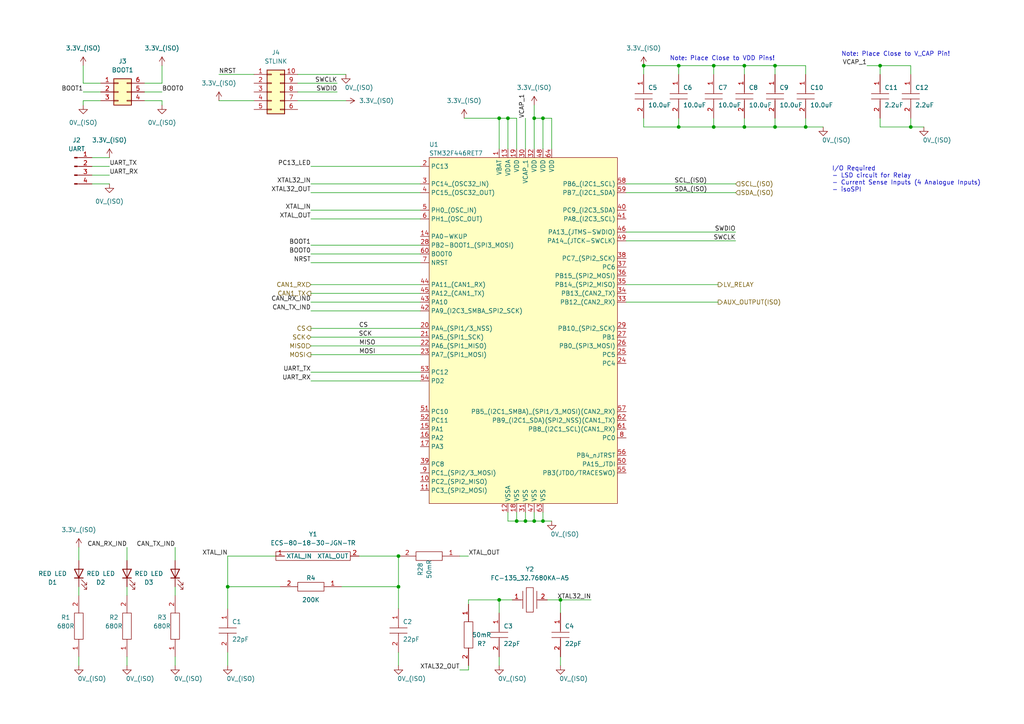
<source format=kicad_sch>
(kicad_sch (version 20211123) (generator eeschema)
  (paper "A4")
  (lib_symbols
    (symbol "0V_(ISO)_1" (power) (pin_names (offset 0))
      (property "Value" "0V_(ISO)_1" (at 0 -5.08 0))
      (symbol "0V_(ISO)_1_0_1"
        (polyline (pts (xy 0 0) (xy 0 -1.27) (xy 1.27 -1.27) (xy 0 -2.54) (xy -1.27 -1.27) (xy 0 -1.27)))
      )
      (symbol "0V_(ISO)_1_1_1"
        (pin power_in line (at 0 0 270) (length 0) hide (name "0V_(ISO)") (number "1"))
      )
    )
    (symbol "BMS_Library:CC0805JRX7R8BB104" (pin_names (offset 0.762))
      (property "Reference" "C" (at 8.89 6.35 0))
      (property "Value" "CC0805JRX7R8BB104" (at 8.89 3.81 0))
      (symbol "CC0805JRX7R8BB104_0_0"
        (pin passive line (at 0 0 0) (length 5.08) (name "~") (number "1"))
        (pin passive line (at 12.7 0 180) (length 5.08) (name "~") (number "2"))
      )
      (symbol "CC0805JRX7R8BB104_0_1"
        (polyline (pts (xy 5.08 0) (xy 5.588 0)) (stroke (width 0.1524)))
        (polyline (pts (xy 5.588 2.54) (xy 5.588 -2.54)) (stroke (width 0.1524)))
        (polyline (pts (xy 7.112 0) (xy 7.62 0)) (stroke (width 0.1524)))
        (polyline (pts (xy 7.112 2.54) (xy 7.112 -2.54)) (stroke (width 0.1524)))
      )
    )
    (symbol "Connector:Conn_01x04_Male" (pin_names (offset 1.016) hide)
      (property "Reference" "J" (at 0 5.08 0))
      (property "Value" "Conn_01x04_Male" (at 0 -7.62 0))
      (symbol "Conn_01x04_Male_1_1"
        (polyline (pts (xy 1.27 -5.08) (xy 0.8636 -5.08)) (stroke (width 0.1524)))
        (polyline (pts (xy 1.27 -2.54) (xy 0.8636 -2.54)) (stroke (width 0.1524)))
        (polyline (pts (xy 1.27 0) (xy 0.8636 0)) (stroke (width 0.1524)))
        (polyline (pts (xy 1.27 2.54) (xy 0.8636 2.54)) (stroke (width 0.1524)))
        (rectangle (start 0.8636 -4.953) (end 0 -5.207) (stroke (width 0.1524)) (fill (type outline)))
        (rectangle (start 0.8636 -2.413) (end 0 -2.667) (stroke (width 0.1524)) (fill (type outline)))
        (rectangle (start 0.8636 0.127) (end 0 -0.127) (stroke (width 0.1524)) (fill (type outline)))
        (rectangle (start 0.8636 2.667) (end 0 2.413) (stroke (width 0.1524)) (fill (type outline)))
        (pin passive line (at 5.08 2.54 180) (length 3.81) (name "Pin_1") (number "1"))
        (pin passive line (at 5.08 0 180) (length 3.81) (name "Pin_2") (number "2"))
        (pin passive line (at 5.08 -2.54 180) (length 3.81) (name "Pin_3") (number "3"))
        (pin passive line (at 5.08 -5.08 180) (length 3.81) (name "Pin_4") (number "4"))
      )
    )
    (symbol "Connector_Generic:Conn_02x03_Counter_Clockwise" (pin_names (offset 1.016) hide)
      (property "Reference" "J" (at 1.27 5.08 0))
      (property "Value" "Conn_02x03_Counter_Clockwise" (at 1.27 -5.08 0))
      (symbol "Conn_02x03_Counter_Clockwise_1_1"
        (rectangle (start -1.27 -2.413) (end 0 -2.667) (stroke (width 0.1524)))
        (rectangle (start -1.27 0.127) (end 0 -0.127) (stroke (width 0.1524)))
        (rectangle (start -1.27 2.667) (end 0 2.413) (stroke (width 0.1524)))
        (rectangle (start -1.27 3.81) (end 3.81 -3.81) (stroke (width 0.254)) (fill (type background)))
        (rectangle (start 3.81 -2.413) (end 2.54 -2.667) (stroke (width 0.1524)))
        (rectangle (start 3.81 0.127) (end 2.54 -0.127) (stroke (width 0.1524)))
        (rectangle (start 3.81 2.667) (end 2.54 2.413) (stroke (width 0.1524)))
        (pin passive line (at -5.08 2.54 0) (length 3.81) (name "Pin_1") (number "1"))
        (pin passive line (at -5.08 0 0) (length 3.81) (name "Pin_2") (number "2"))
        (pin passive line (at -5.08 -2.54 0) (length 3.81) (name "Pin_3") (number "3"))
        (pin passive line (at 7.62 -2.54 180) (length 3.81) (name "Pin_4") (number "4"))
        (pin passive line (at 7.62 0 180) (length 3.81) (name "Pin_5") (number "5"))
        (pin passive line (at 7.62 2.54 180) (length 3.81) (name "Pin_6") (number "6"))
      )
    )
    (symbol "Connector_Generic:Conn_02x05_Counter_Clockwise" (pin_names (offset 1.016) hide)
      (property "Reference" "J" (at 1.27 7.62 0))
      (property "Value" "Conn_02x05_Counter_Clockwise" (at 1.27 -7.62 0))
      (symbol "Conn_02x05_Counter_Clockwise_1_1"
        (rectangle (start -1.27 -4.953) (end 0 -5.207) (stroke (width 0.1524)))
        (rectangle (start -1.27 -2.413) (end 0 -2.667) (stroke (width 0.1524)))
        (rectangle (start -1.27 0.127) (end 0 -0.127) (stroke (width 0.1524)))
        (rectangle (start -1.27 2.667) (end 0 2.413) (stroke (width 0.1524)))
        (rectangle (start -1.27 5.207) (end 0 4.953) (stroke (width 0.1524)))
        (rectangle (start -1.27 6.35) (end 3.81 -6.35) (stroke (width 0.254)) (fill (type background)))
        (rectangle (start 3.81 -4.953) (end 2.54 -5.207) (stroke (width 0.1524)))
        (rectangle (start 3.81 -2.413) (end 2.54 -2.667) (stroke (width 0.1524)))
        (rectangle (start 3.81 0.127) (end 2.54 -0.127) (stroke (width 0.1524)))
        (rectangle (start 3.81 2.667) (end 2.54 2.413) (stroke (width 0.1524)))
        (rectangle (start 3.81 5.207) (end 2.54 4.953) (stroke (width 0.1524)))
        (pin passive line (at -5.08 5.08 0) (length 3.81) (name "Pin_1") (number "1"))
        (pin passive line (at 7.62 5.08 180) (length 3.81) (name "Pin_10") (number "10"))
        (pin passive line (at -5.08 2.54 0) (length 3.81) (name "Pin_2") (number "2"))
        (pin passive line (at -5.08 0 0) (length 3.81) (name "Pin_3") (number "3"))
        (pin passive line (at -5.08 -2.54 0) (length 3.81) (name "Pin_4") (number "4"))
        (pin passive line (at -5.08 -5.08 0) (length 3.81) (name "Pin_5") (number "5"))
        (pin passive line (at 7.62 -5.08 180) (length 3.81) (name "Pin_6") (number "6"))
        (pin passive line (at 7.62 -2.54 180) (length 3.81) (name "Pin_7") (number "7"))
        (pin passive line (at 7.62 0 180) (length 3.81) (name "Pin_8") (number "8"))
        (pin passive line (at 7.62 2.54 180) (length 3.81) (name "Pin_9") (number "9"))
      )
    )
    (symbol "Custom Power:3.3V_(ISO)" (power) (pin_names (offset 0))
      (property "Value" "3.3V_(ISO)" (at 0 3.556 0))
      (symbol "3.3V_(ISO)_0_1"
        (polyline (pts (xy -0.762 1.27) (xy 0 2.54)))
        (polyline (pts (xy 0 0) (xy 0 2.54)))
        (polyline (pts (xy 0 2.54) (xy 0.762 1.27)))
      )
      (symbol "3.3V_(ISO)_1_1"
        (pin power_in line (at 0 0 90) (length 0) hide (name "3.3V_(ISO)") (number "1"))
      )
    )
    (symbol "Device:ECS-80-18-30-JGN-TR"
      (property "Reference" "Y" (at -11.43 8.89 0))
      (property "Value" "ECS-80-18-30-JGN-TR" (at 0 11.43 0))
      (symbol "ECS-80-18-30-JGN-TR_0_1"
        (rectangle (start -11.43 6.35) (end 10.16 3.81))
      )
      (symbol "ECS-80-18-30-JGN-TR_1_1"
        (pin bidirectional line (at -11.43 5.08 0) (length 2.54) (name "XTAL_IN") (number "1"))
        (pin bidirectional line (at 12.7 5.08 180) (length 2.54) (name "XTAL_OUT") (number "2"))
      )
    )
    (symbol "Device:LED" (pin_numbers hide) (pin_names (offset 1.016) hide)
      (property "Reference" "D" (at 0 2.54 0))
      (property "Value" "LED" (at 0 -2.54 0))
      (symbol "LED_0_1"
        (polyline (pts (xy -1.27 -1.27) (xy -1.27 1.27)) (stroke (width 0.254)))
        (polyline (pts (xy -1.27 0) (xy 1.27 0)))
        (polyline (pts (xy 1.27 -1.27) (xy 1.27 1.27) (xy -1.27 0) (xy 1.27 -1.27)) (stroke (width 0.254)))
        (polyline (pts (xy -3.048 -0.762) (xy -4.572 -2.286) (xy -3.81 -2.286) (xy -4.572 -2.286) (xy -4.572 -1.524)))
        (polyline (pts (xy -1.778 -0.762) (xy -3.302 -2.286) (xy -2.54 -2.286) (xy -3.302 -2.286) (xy -3.302 -1.524)))
      )
      (symbol "LED_1_1"
        (pin passive line (at -3.81 0 0) (length 2.54) (name "K") (number "1"))
        (pin passive line (at 3.81 0 180) (length 2.54) (name "A") (number "2"))
      )
    )
    (symbol "ERJP06F1000V:ERJP06F1000V" (pin_names (offset 0.762))
      (property "Reference" "R" (at 13.97 6.35 0))
      (property "Value" "ERJP06F1000V" (at 13.97 3.81 0))
      (symbol "ERJP06F1000V_0_0"
        (pin passive line (at 0 0 0) (length 5.08) (name "~") (number "1"))
        (pin passive line (at 17.78 0 180) (length 5.08) (name "~") (number "2"))
      )
      (symbol "ERJP06F1000V_0_1"
        (polyline (pts (xy 5.08 1.27) (xy 12.7 1.27) (xy 12.7 -1.27) (xy 5.08 -1.27) (xy 5.08 1.27)) (stroke (width 0.1524)))
      )
    )
    (symbol "FC-135_32.7680KA-A5:FC-135_32.7680KA-A5" (pin_names (offset 0.762))
      (property "Reference" "Y" (at 8.89 6.35 0))
      (property "Value" "FC-135_32.7680KA-A5" (at 8.89 3.81 0))
      (symbol "FC-135_32.7680KA-A5_0_0"
        (pin passive line (at 0 0 0) (length 2.54) (name "~") (number "1"))
        (pin passive line (at 10.16 0 180) (length 2.54) (name "~") (number "2"))
      )
      (symbol "FC-135_32.7680KA-A5_0_1"
        (polyline (pts (xy 3.048 0) (xy 2.54 0)) (stroke (width 0.1524)))
        (polyline (pts (xy 3.048 2.54) (xy 3.048 -2.54)) (stroke (width 0.1524)))
        (polyline (pts (xy 7.112 0) (xy 7.62 0)) (stroke (width 0.1524)))
        (polyline (pts (xy 7.112 2.54) (xy 7.112 -2.54)) (stroke (width 0.1524)))
        (polyline (pts (xy 4.064 3.556) (xy 4.064 -3.556) (xy 6.096 -3.556) (xy 6.096 3.556) (xy 4.064 3.556)) (stroke (width 0.1524)))
      )
    )
    (symbol "MCU_ST_STM32F4:STM32F446RET7"
      (property "Reference" "U1" (at 1.27 36.83 0))
      (property "Value" "STM32F446RET7" (at 1.27 34.29 0))
      (symbol "STM32F446RET7_0_1"
        (rectangle (start 1.27 33.02) (end 55.88 -67.31) (fill (type background)))
      )
      (symbol "STM32F446RET7_1_1"
        (pin input line (at 21.59 35.56 270) (length 2.54) (name "VBAT") (number "1"))
        (pin bidirectional line (at -1.27 -60.96 0) (length 2.54) (name "PC2_(SPI2_MISO)") (number "10"))
        (pin bidirectional line (at -1.27 -63.5 0) (length 2.54) (name "PC3_(SPI2_MOSI)") (number "11"))
        (pin output line (at 24.13 -69.85 90) (length 2.54) (name "VSSA") (number "12"))
        (pin input line (at 24.13 35.56 270) (length 2.54) (name "VDDA") (number "13"))
        (pin bidirectional line (at -1.27 10.16 0) (length 2.54) (name "PA0-WKUP") (number "14"))
        (pin bidirectional line (at -1.27 -45.72 0) (length 2.54) (name "PA1") (number "15"))
        (pin bidirectional line (at -1.27 -48.26 0) (length 2.54) (name "PA2") (number "16"))
        (pin bidirectional line (at -1.27 -50.8 0) (length 2.54) (name "PA3") (number "17"))
        (pin output line (at 26.67 -69.85 90) (length 2.54) (name "VSS") (number "18"))
        (pin input line (at 26.67 35.56 270) (length 2.54) (name "VDD") (number "19"))
        (pin bidirectional line (at -1.27 30.48 0) (length 2.54) (name "PC13") (number "2"))
        (pin bidirectional line (at -1.27 -16.51 0) (length 2.54) (name "PA4_(SPI1/3_NSS)") (number "20"))
        (pin bidirectional line (at -1.27 -19.05 0) (length 2.54) (name "PA5_(SPI1_SCK)") (number "21"))
        (pin bidirectional line (at -1.27 -21.59 0) (length 2.54) (name "PA6_(SPI1_MISO)") (number "22"))
        (pin bidirectional line (at -1.27 -24.13 0) (length 2.54) (name "PA7_(SPI1_MOSI)") (number "23"))
        (pin bidirectional line (at 58.42 -26.67 180) (length 2.54) (name "PC4") (number "24"))
        (pin bidirectional line (at 58.42 -24.13 180) (length 2.54) (name "PC5") (number "25"))
        (pin bidirectional line (at 58.42 -21.59 180) (length 2.54) (name "PB0_(SPI3_MOSI)") (number "26"))
        (pin bidirectional line (at 58.42 -19.05 180) (length 2.54) (name "PB1") (number "27"))
        (pin bidirectional line (at -1.27 7.62 0) (length 2.54) (name "PB2-BOOT1_(SPI3_MOSI)") (number "28"))
        (pin bidirectional line (at 58.42 -16.51 180) (length 2.54) (name "PB10_(SPI2_SCK)") (number "29"))
        (pin bidirectional line (at -1.27 25.4 0) (length 2.54) (name "PC14_(OSC32_IN)") (number "3"))
        (pin input line (at 29.21 35.56 270) (length 2.54) (name "VCAP_1") (number "30"))
        (pin output line (at 29.21 -69.85 90) (length 2.54) (name "VSS") (number "31"))
        (pin input line (at 31.75 35.56 270) (length 2.54) (name "VDD") (number "32"))
        (pin bidirectional line (at 58.42 -8.89 180) (length 2.54) (name "PB12_(CAN2_RX)") (number "33"))
        (pin bidirectional line (at 58.42 -6.35 180) (length 2.54) (name "PB13_(CAN2_TX)") (number "34"))
        (pin bidirectional line (at 58.42 -3.81 180) (length 2.54) (name "PB14_(SPI2_MISO)") (number "35"))
        (pin bidirectional line (at 58.42 -1.27 180) (length 2.54) (name "PB15_(SPI2_MOSI)") (number "36"))
        (pin bidirectional line (at 58.42 1.27 180) (length 2.54) (name "PC6") (number "37"))
        (pin bidirectional line (at 58.42 3.81 180) (length 2.54) (name "PC7_(SPI2_SCK)") (number "38"))
        (pin bidirectional line (at -1.27 -55.88 0) (length 2.54) (name "PC8") (number "39"))
        (pin bidirectional line (at -1.27 22.86 0) (length 2.54) (name "PC15_(OSC32_OUT)") (number "4"))
        (pin bidirectional line (at 58.42 17.78 180) (length 2.54) (name "PC9_(I2C3_SDA)") (number "40"))
        (pin bidirectional line (at 58.42 15.24 180) (length 2.54) (name "PA8_(I2C3_SCL)") (number "41"))
        (pin bidirectional line (at -1.27 -11.43 0) (length 2.54) (name "PA9_(I2C3_SMBA_SPI2_SCK)") (number "42"))
        (pin bidirectional line (at -1.27 -8.89 0) (length 2.54) (name "PA10") (number "43"))
        (pin bidirectional line (at -1.27 -3.81 0) (length 2.54) (name "PA11_(CAN1_RX)") (number "44"))
        (pin bidirectional line (at -1.27 -6.35 0) (length 2.54) (name "PA12_(CAN1_TX)") (number "45"))
        (pin bidirectional line (at 58.42 11.43 180) (length 2.54) (name "PA13_(JTMS-SWDIO)") (number "46"))
        (pin output line (at 31.75 -69.85 90) (length 2.54) (name "VSS") (number "47"))
        (pin input line (at 34.29 35.56 270) (length 2.54) (name "VDD") (number "48"))
        (pin bidirectional line (at 58.42 8.89 180) (length 2.54) (name "PA14_(JTCK-SWCLK)") (number "49"))
        (pin bidirectional line (at -1.27 17.78 0) (length 2.54) (name "PH0_(OSC_IN)") (number "5"))
        (pin bidirectional line (at 58.42 -55.88 180) (length 2.54) (name "PA15_JTDI") (number "50"))
        (pin bidirectional line (at -1.27 -40.64 0) (length 2.54) (name "PC10") (number "51"))
        (pin bidirectional line (at -1.27 -43.18 0) (length 2.54) (name "PC11") (number "52"))
        (pin bidirectional line (at -1.27 -29.21 0) (length 2.54) (name "PC12") (number "53"))
        (pin bidirectional line (at -1.27 -31.75 0) (length 2.54) (name "PD2") (number "54"))
        (pin bidirectional line (at 58.42 -58.42 180) (length 2.54) (name "PB3(JTDO/TRACESWO)") (number "55"))
        (pin bidirectional line (at 58.42 -53.34 180) (length 2.54) (name "PB4_nJTRST") (number "56"))
        (pin bidirectional line (at 58.42 -40.64 180) (length 2.54) (name "PB5_(I2C1_SMBA)_(SPI1/3_MOSI)(CAN2_RX)") (number "57"))
        (pin bidirectional line (at 58.42 25.4 180) (length 2.54) (name "PB6_(I2C1_SCL)") (number "58"))
        (pin bidirectional line (at 58.42 22.86 180) (length 2.54) (name "PB7_(I2C1_SDA)") (number "59"))
        (pin bidirectional line (at -1.27 15.24 0) (length 2.54) (name "PH1_(OSC_OUT)") (number "6"))
        (pin bidirectional line (at -1.27 5.08 0) (length 2.54) (name "BOOT0") (number "60"))
        (pin bidirectional line (at 58.42 -45.72 180) (length 2.54) (name "PB8_(I2C1_SCL)(CAN1_RX)") (number "61"))
        (pin bidirectional line (at 58.42 -43.18 180) (length 2.54) (name "PB9_(I2C1_SDA)(SPI2_NSS)(CAN1_TX)") (number "62"))
        (pin output line (at 34.29 -69.85 90) (length 2.54) (name "VSS") (number "63"))
        (pin input line (at 36.83 35.56 270) (length 2.54) (name "VDD") (number "64"))
        (pin bidirectional line (at -1.27 2.54 0) (length 2.54) (name "NRST") (number "7"))
        (pin bidirectional line (at 58.42 -48.26 180) (length 2.54) (name "PC0") (number "8"))
        (pin bidirectional line (at -1.27 -58.42 0) (length 2.54) (name "PC1_(SPI2/3_MOSI)") (number "9"))
      )
    )
  )
  (junction (at 162.56 173.99))
  (junction (at 154.94 151.13))
  (junction (at 157.48 34.29))
  (junction (at 144.78 173.99))
  (junction (at 196.85 36.83))
  (junction (at 154.94 34.29))
  (junction (at 207.01 36.83))
  (junction (at 152.4 151.13))
  (junction (at 196.85 19.05))
  (junction (at 144.78 34.29))
  (junction (at 224.79 36.83))
  (junction (at 233.68 36.83))
  (junction (at 115.57 170.18))
  (junction (at 215.9 19.05))
  (junction (at 157.48 151.13))
  (junction (at 264.16 36.83))
  (junction (at 149.86 151.13))
  (junction (at 255.27 19.05))
  (junction (at 186.69 19.05))
  (junction (at 224.79 19.05))
  (junction (at 215.9 36.83))
  (junction (at 66.04 170.18))
  (junction (at 115.57 161.29))
  (junction (at 147.32 34.29))
  (junction (at 207.01 19.05))
  (wire (pts (xy 152.4 148.59) (xy 152.4 151.13)))
  (wire (pts (xy 207.01 36.83) (xy 215.9 36.83)))
  (wire (pts (xy 207.01 19.05) (xy 215.9 19.05)))
  (wire (pts (xy 149.86 34.29) (xy 149.86 43.18)))
  (wire (pts (xy 26.67 45.72) (xy 31.75 45.72)))
  (wire (pts (xy 26.67 50.8) (xy 31.75 50.8)))
  (wire (pts (xy 63.5 29.21) (xy 73.66 29.21)))
  (wire (pts (xy 149.86 151.13) (xy 149.86 148.59)))
  (wire (pts (xy 24.13 29.21) (xy 24.13 30.48)))
  (wire (pts (xy 181.61 67.31) (xy 213.36 67.31)))
  (wire (pts (xy 121.92 97.79) (xy 90.17 97.79)))
  (wire (pts (xy 152.4 151.13) (xy 149.86 151.13)))
  (wire (pts (xy 255.27 19.05) (xy 264.16 19.05)))
  (wire (pts (xy 36.83 170.18) (xy 36.83 172.72)))
  (wire (pts (xy 66.04 161.29) (xy 80.01 161.29)))
  (wire (pts (xy 90.17 71.12) (xy 121.92 71.12)))
  (wire (pts (xy 147.32 34.29) (xy 149.86 34.29)))
  (wire (pts (xy 186.69 34.29) (xy 186.69 36.83)))
  (wire (pts (xy 154.94 30.48) (xy 154.94 34.29)))
  (wire (pts (xy 115.57 189.23) (xy 115.57 193.04)))
  (wire (pts (xy 90.17 107.95) (xy 121.92 107.95)))
  (wire (pts (xy 160.02 34.29) (xy 160.02 43.18)))
  (wire (pts (xy 63.5 21.59) (xy 73.66 21.59)))
  (wire (pts (xy 66.04 161.29) (xy 66.04 170.18)))
  (wire (pts (xy 86.36 21.59) (xy 100.33 21.59)))
  (wire (pts (xy 104.14 161.29) (xy 115.57 161.29)))
  (wire (pts (xy 186.69 36.83) (xy 196.85 36.83)))
  (wire (pts (xy 251.46 19.05) (xy 255.27 19.05)))
  (wire (pts (xy 207.01 34.29) (xy 207.01 36.83)))
  (wire (pts (xy 207.01 19.05) (xy 196.85 19.05)))
  (wire (pts (xy 115.57 170.18) (xy 99.06 170.18)))
  (wire (pts (xy 181.61 87.63) (xy 208.28 87.63)))
  (wire (pts (xy 196.85 19.05) (xy 196.85 21.59)))
  (wire (pts (xy 255.27 21.59) (xy 255.27 19.05)))
  (wire (pts (xy 115.57 161.29) (xy 115.57 170.18)))
  (wire (pts (xy 207.01 19.05) (xy 207.01 21.59)))
  (wire (pts (xy 158.75 173.99) (xy 162.56 173.99)))
  (wire (pts (xy 157.48 148.59) (xy 157.48 151.13)))
  (wire (pts (xy 154.94 34.29) (xy 157.48 34.29)))
  (wire (pts (xy 24.13 26.67) (xy 29.21 26.67)))
  (wire (pts (xy 264.16 19.05) (xy 264.16 21.59)))
  (wire (pts (xy 144.78 190.5) (xy 144.78 193.04)))
  (wire (pts (xy 144.78 177.8) (xy 144.78 173.99)))
  (wire (pts (xy 41.91 26.67) (xy 46.99 26.67)))
  (wire (pts (xy 144.78 173.99) (xy 148.59 173.99)))
  (wire (pts (xy 36.83 158.75) (xy 36.83 162.56)))
  (wire (pts (xy 215.9 19.05) (xy 224.79 19.05)))
  (wire (pts (xy 121.92 85.09) (xy 90.17 85.09)))
  (wire (pts (xy 224.79 19.05) (xy 233.68 19.05)))
  (wire (pts (xy 46.99 29.21) (xy 46.99 30.48)))
  (wire (pts (xy 181.61 69.85) (xy 213.36 69.85)))
  (wire (pts (xy 90.17 95.25) (xy 121.92 95.25)))
  (wire (pts (xy 24.13 19.05) (xy 24.13 24.13)))
  (wire (pts (xy 90.17 53.34) (xy 121.92 53.34)))
  (wire (pts (xy 196.85 36.83) (xy 207.01 36.83)))
  (wire (pts (xy 26.67 53.34) (xy 31.75 53.34)))
  (wire (pts (xy 154.94 34.29) (xy 154.94 43.18)))
  (wire (pts (xy 90.17 76.2) (xy 121.92 76.2)))
  (wire (pts (xy 121.92 82.55) (xy 90.17 82.55)))
  (wire (pts (xy 22.86 170.18) (xy 22.86 172.72)))
  (wire (pts (xy 26.67 48.26) (xy 31.75 48.26)))
  (wire (pts (xy 41.91 24.13) (xy 46.99 24.13)))
  (wire (pts (xy 135.89 173.99) (xy 144.78 173.99)))
  (wire (pts (xy 90.17 55.88) (xy 121.92 55.88)))
  (wire (pts (xy 162.56 173.99) (xy 162.56 177.8)))
  (wire (pts (xy 50.8 158.75) (xy 50.8 162.56)))
  (wire (pts (xy 86.36 24.13) (xy 97.79 24.13)))
  (wire (pts (xy 196.85 34.29) (xy 196.85 36.83)))
  (wire (pts (xy 181.61 55.88) (xy 213.36 55.88)))
  (wire (pts (xy 50.8 190.5) (xy 50.8 193.04)))
  (wire (pts (xy 215.9 36.83) (xy 224.79 36.83)))
  (wire (pts (xy 66.04 189.23) (xy 66.04 193.04)))
  (wire (pts (xy 134.62 34.29) (xy 144.78 34.29)))
  (wire (pts (xy 147.32 151.13) (xy 149.86 151.13)))
  (wire (pts (xy 66.04 176.53) (xy 66.04 170.18)))
  (wire (pts (xy 90.17 87.63) (xy 121.92 87.63)))
  (wire (pts (xy 255.27 36.83) (xy 264.16 36.83)))
  (wire (pts (xy 90.17 102.87) (xy 121.92 102.87)))
  (wire (pts (xy 162.56 190.5) (xy 162.56 193.04)))
  (wire (pts (xy 46.99 19.05) (xy 46.99 24.13)))
  (wire (pts (xy 157.48 34.29) (xy 157.48 43.18)))
  (wire (pts (xy 224.79 36.83) (xy 233.68 36.83)))
  (wire (pts (xy 224.79 34.29) (xy 224.79 36.83)))
  (wire (pts (xy 186.69 19.05) (xy 186.69 21.59)))
  (wire (pts (xy 36.83 190.5) (xy 36.83 193.04)))
  (wire (pts (xy 233.68 36.83) (xy 238.76 36.83)))
  (wire (pts (xy 181.61 53.34) (xy 213.36 53.34)))
  (wire (pts (xy 90.17 100.33) (xy 121.92 100.33)))
  (wire (pts (xy 154.94 151.13) (xy 152.4 151.13)))
  (wire (pts (xy 29.21 24.13) (xy 24.13 24.13)))
  (wire (pts (xy 196.85 19.05) (xy 186.69 19.05)))
  (wire (pts (xy 233.68 21.59) (xy 233.68 19.05)))
  (wire (pts (xy 86.36 26.67) (xy 97.79 26.67)))
  (wire (pts (xy 22.86 190.5) (xy 22.86 193.04)))
  (wire (pts (xy 144.78 34.29) (xy 147.32 34.29)))
  (wire (pts (xy 255.27 34.29) (xy 255.27 36.83)))
  (wire (pts (xy 162.56 173.99) (xy 171.45 173.99)))
  (wire (pts (xy 215.9 21.59) (xy 215.9 19.05)))
  (wire (pts (xy 135.89 173.99) (xy 135.89 175.26)))
  (wire (pts (xy 90.17 90.17) (xy 121.92 90.17)))
  (wire (pts (xy 157.48 34.29) (xy 160.02 34.29)))
  (wire (pts (xy 157.48 151.13) (xy 154.94 151.13)))
  (wire (pts (xy 90.17 63.5) (xy 121.92 63.5)))
  (wire (pts (xy 90.17 110.49) (xy 121.92 110.49)))
  (wire (pts (xy 115.57 176.53) (xy 115.57 170.18)))
  (wire (pts (xy 160.02 151.13) (xy 157.48 151.13)))
  (wire (pts (xy 50.8 170.18) (xy 50.8 172.72)))
  (wire (pts (xy 264.16 36.83) (xy 267.97 36.83)))
  (wire (pts (xy 154.94 148.59) (xy 154.94 151.13)))
  (wire (pts (xy 90.17 60.96) (xy 121.92 60.96)))
  (wire (pts (xy 133.35 194.31) (xy 135.89 194.31)))
  (wire (pts (xy 147.32 34.29) (xy 147.32 43.18)))
  (wire (pts (xy 90.17 73.66) (xy 121.92 73.66)))
  (wire (pts (xy 22.86 158.75) (xy 22.86 162.56)))
  (wire (pts (xy 133.35 161.29) (xy 135.89 161.29)))
  (wire (pts (xy 264.16 36.83) (xy 264.16 34.29)))
  (wire (pts (xy 215.9 34.29) (xy 215.9 36.83)))
  (wire (pts (xy 181.61 82.55) (xy 208.28 82.55)))
  (wire (pts (xy 224.79 19.05) (xy 224.79 21.59)))
  (wire (pts (xy 135.89 194.31) (xy 135.89 193.04)))
  (wire (pts (xy 66.04 170.18) (xy 81.28 170.18)))
  (wire (pts (xy 147.32 148.59) (xy 147.32 151.13)))
  (wire (pts (xy 90.17 48.26) (xy 121.92 48.26)))
  (wire (pts (xy 86.36 29.21) (xy 100.33 29.21)))
  (wire (pts (xy 41.91 29.21) (xy 46.99 29.21)))
  (wire (pts (xy 144.78 43.18) (xy 144.78 34.29)))
  (wire (pts (xy 29.21 29.21) (xy 24.13 29.21)))
  (wire (pts (xy 233.68 34.29) (xy 233.68 36.83)))
  (wire (pts (xy 152.4 34.29) (xy 152.4 43.18)))
  (text "I/O Required\n- LSD circuit for Relay\n- Current Sense Inputs (4 Analogue Inputs)\n- isoSPI" (at 241.3 55.88 0) (effects (font (size 1.27 1.27)) (justify left bottom)))
  (text "Note: Place Close to VDD Pins!\n" (at 224.79 17.78 180) (effects (font (size 1.27 1.27)) (justify right bottom)))
  (text "Note: Place Close to V_CAP Pin!\n" (at 275.59 16.51 180) (effects (font (size 1.27 1.27)) (justify right bottom)))
  (label "BOOT0" (at 90.17 73.66 180))
  (label "XTAL_IN" (at 66.04 161.29 180))
  (label "BOOT1" (at 24.13 26.67 180))
  (label "SDA_(ISO)" (at 195.58 55.88 0))
  (label "UART_RX" (at 90.17 110.49 180))
  (label "CAN_TX_IND" (at 50.8 158.75 180))
  (label "XTAL32_OUT" (at 90.17 55.88 180))
  (label "SWDIO" (at 97.79 26.67 180))
  (label "SWCLK" (at 213.36 69.85 180))
  (label "SCK" (at 107.95 97.79 180))
  (label "BOOT0" (at 46.99 26.67 0))
  (label "CAN_RX_IND" (at 90.17 87.63 180))
  (label "SWDIO" (at 213.36 67.31 180))
  (label "XTAL32_IN" (at 90.17 53.34 180))
  (label "UART_TX" (at 90.17 107.95 180))
  (label "SCL_(ISO)" (at 195.58 53.34 0))
  (label "XTAL32_OUT" (at 133.35 194.31 180))
  (label "CAN_TX_IND" (at 90.17 90.17 180))
  (label "VCAP_1" (at 251.46 19.05 180))
  (label "NRST" (at 90.17 76.2 180))
  (label "BOOT1" (at 90.17 71.12 180))
  (label "UART_TX" (at 31.75 48.26 0))
  (label "SWCLK" (at 97.79 24.13 180))
  (label "XTAL_IN" (at 90.17 60.96 180))
  (label "MOSI" (at 104.14 102.87 0))
  (label "PC13_LED" (at 90.17 48.26 180))
  (label "NRST" (at 63.5 21.59 0))
  (label "CS" (at 104.0886 95.25 0))
  (label "VCAP_1" (at 152.4 34.29 90))
  (label "XTAL32_IN" (at 171.45 173.99 180))
  (label "UART_RX" (at 31.75 50.8 0))
  (label "XTAL_OUT" (at 135.89 161.29 0))
  (label "XTAL_OUT" (at 90.17 63.5 180))
  (label "CAN_RX_IND" (at 36.83 158.75 180))
  (label "MISO" (at 104.14 100.33 0))
  (hierarchical_label "SCL_(ISO)" (shape input) (at 213.36 53.34 0))
  (hierarchical_label "CS" (shape output) (at 90.17 95.25 180))
  (hierarchical_label "CAN1_RX" (shape input) (at 90.17 82.55 180))
  (hierarchical_label "AUX_OUTPUT(ISO)" (shape output) (at 208.28 87.63 0))
  (hierarchical_label "LV_RELAY" (shape output) (at 208.28 82.55 0))
  (hierarchical_label "MOSI" (shape output) (at 90.17 102.87 180))
  (hierarchical_label "SDA_(ISO)" (shape input) (at 213.36 55.88 0))
  (hierarchical_label "MISO" (shape input) (at 90.17 100.33 180))
  (hierarchical_label "CAN1_TX" (shape output) (at 90.17 85.09 180))
  (hierarchical_label "SCK" (shape bidirectional) (at 90.17 97.79 180))
  (symbol (lib_name "0V_(ISO)_1") (lib_id "Custom Power:0V_(ISO)") (at 115.57 193.04 0) (unit 1)
    (property "Reference" "#PWR0118" (effects hide))
    (property "Value" "0V_(ISO)" (at 119.38 196.85 0))
  )
  (symbol (lib_id "MCU_ST_STM32F4:STM32F446RET7") (at 123.19 78.74 0) (unit 1)
    (property "Reference" "U1" (at 124.46 41.91 0) (effects (justify left)))
    (property "Value" "STM32F446RET7" (at 124.46 44.45 0) (effects (justify left)))
    (property "Footprint" "Package_QFP:LQFP-64_10x10mm_P0.5mm" (effects hide))
  )
  (symbol (lib_id "Device:ECS-80-18-30-JGN-TR") (at 91.44 166.37 0) (unit 1)
    (property "Reference" "Y1" (at 90.805 154.94 0))
    (property "Value" "ECS-80-18-30-JGN-TR" (at 90.805 157.48 0))
    (property "Footprint" "Crystal:ECS-80-18-30-JGN-TR" (effects hide))
  )
  (symbol (lib_name "0V_(ISO)_1") (lib_id "Custom Power:0V_(ISO)") (at 46.99 30.48 0) (unit 1)
    (property "Reference" "#PWR0116" (effects hide))
    (property "Value" "0V_(ISO)" (at 46.99 35.56 0))
  )
  (symbol (lib_id "Custom Power:3.3V_(ISO)") (at 186.69 19.05 0) (unit 1)
    (property "Reference" "#PWR0103" (effects hide))
    (property "Value" "3.3V_(ISO)" (at 186.69 13.97 0))
  )
  (symbol (lib_id "Connector:Conn_01x04_Male") (at 21.59 48.26 0) (unit 1)
    (property "Reference" "J2" (at 22.225 40.64 0))
    (property "Value" "UART" (at 22.225 43.18 0))
    (property "Footprint" "Connector_PinHeader_2.54mm:PinHeader_1x04_P2.54mm_Vertical" (effects hide))
  )
  (symbol (lib_id "ERJP06F1000V:ERJP06F1000V") (at 135.89 175.26 270) (unit 1)
    (property "Reference" "R?" (at 139.7 186.69 90))
    (property "Value" "50mR" (at 139.7 184.15 90))
    (property "Footprint" "Resistor_SMD:R_0603_1608Metric_Pad0.98x0.95mm_HandSolder" (effects hide))
    (property "Datasheet" "https://industrial.panasonic.com/cdbs/www-data/pdf/RDO0000/AOA0000C331.pdf" (effects hide))
    (property "Description" "Panasonic ERJP06 Series Thick Film Surface Mount Resistor 0805 Case 100 +/-1% 0.5W +/-100ppm/C" (effects hide))
    (property "Height" "0.7" (effects hide))
    (property "Manufacturer_Name" "Panasonic" (effects hide))
    (property "Manufacturer_Part_Number" "ERJP06F1000V" (effects hide))
  )
  (symbol (lib_name "0V_(ISO)_1") (lib_id "Custom Power:0V_(ISO)") (at 267.97 36.83 0) (unit 1)
    (property "Reference" "#PWR0123" (effects hide))
    (property "Value" "0V_(ISO)" (at 271.78 40.64 0))
  )
  (symbol (lib_id "BMS_Library:CC0805JRX7R8BB104") (at 115.57 176.53 270) (unit 1)
    (property "Reference" "C2" (at 116.84 180.34 90) (effects (justify left)))
    (property "Value" "22pF" (at 116.84 185.42 90) (effects (justify left)))
    (property "Footprint" "Capacitor_SMD:C_0603_1608Metric_Pad1.08x0.95mm_HandSolder" (effects hide))
    (property "Datasheet" "https://www.yageo.com/upload/media/product/productsearch/datasheet/mlcc/UPY-GPHC_X7R_6.3V-to-50V_20.pdf" (effects hide))
    (property "Description" "YAGEO - CC0805JRX7R8BB104 - SMD Multilayer Ceramic Capacitor, 0.1 F, 25 V, 0805 [2012 Metric], +/- 5%, X7R, CC Series" (effects hide))
    (property "Height" "0.95" (effects hide))
    (property "Manufacturer_Name" "YAGEO" (effects hide))
    (property "Manufacturer_Part_Number" "CC0805JRX7R8BB104" (effects hide))
    (property "Mouser Part Number" "603-CC805JRX7R8BB104" (effects hide))
    (property "Mouser Price/Stock" "https://www.mouser.co.uk/ProductDetail/YAGEO/CC0805JRX7R8BB104?qs=AgBp2OyFlx%252BZU4KTc42Krw%3D%3D" (effects hide))
    (property "Arrow Part Number" "CC0805JRX7R8BB104" (effects hide))
    (property "Arrow Price/Stock" "https://www.arrow.com/en/products/cc0805jrx7r8bb104/yageo?region=nac" (effects hide))
  )
  (symbol (lib_id "Custom Power:3.3V_(ISO)") (at 100.33 29.21 270) (unit 1)
    (property "Reference" "#PWR0104" (effects hide))
    (property "Value" "3.3V_(ISO)" (at 104.14 29.2099 90) (effects (justify left)))
  )
  (symbol (lib_id "BMS_Library:CC0805JRX7R8BB104") (at 224.79 21.59 270) (unit 1)
    (property "Reference" "C9" (at 226.06 25.4 90) (effects (justify left)))
    (property "Value" "10.0uF" (at 226.06 30.48 90) (effects (justify left)))
    (property "Footprint" "Capacitor_SMD:C_0603_1608Metric_Pad1.08x0.95mm_HandSolder" (effects hide))
    (property "Datasheet" "https://www.yageo.com/upload/media/product/productsearch/datasheet/mlcc/UPY-GPHC_X7R_6.3V-to-50V_20.pdf" (effects hide))
    (property "Description" "YAGEO - CC0805JRX7R8BB104 - SMD Multilayer Ceramic Capacitor, 0.1 F, 25 V, 0805 [2012 Metric], +/- 5%, X7R, CC Series" (effects hide))
    (property "Height" "0.95" (effects hide))
    (property "Manufacturer_Name" "YAGEO" (effects hide))
    (property "Manufacturer_Part_Number" "CC0805JRX7R8BB104" (effects hide))
    (property "Mouser Part Number" "603-CC805JRX7R8BB104" (effects hide))
    (property "Mouser Price/Stock" "https://www.mouser.co.uk/ProductDetail/YAGEO/CC0805JRX7R8BB104?qs=AgBp2OyFlx%252BZU4KTc42Krw%3D%3D" (effects hide))
    (property "Arrow Part Number" "CC0805JRX7R8BB104" (effects hide))
    (property "Arrow Price/Stock" "https://www.arrow.com/en/products/cc0805jrx7r8bb104/yageo?region=nac" (effects hide))
  )
  (symbol (lib_name "0V_(ISO)_1") (lib_id "Custom Power:0V_(ISO)") (at 36.83 193.04 0) (unit 1)
    (property "Reference" "#PWR0106" (effects hide))
    (property "Value" "0V_(ISO)" (at 40.64 196.85 0))
  )
  (symbol (lib_id "Custom Power:3.3V_(ISO)") (at 154.94 30.48 0) (unit 1)
    (property "Reference" "#PWR0101" (effects hide))
    (property "Value" "3.3V_(ISO)" (at 154.94 25.4 0))
  )
  (symbol (lib_id "Custom Power:3.3V_(ISO)") (at 46.99 19.05 0) (unit 1)
    (property "Reference" "#PWR0112" (effects hide))
    (property "Value" "3.3V_(ISO)" (at 46.99 13.97 0))
  )
  (symbol (lib_id "ERJP06F1000V:ERJP06F1000V") (at 22.86 190.5 90) (unit 1)
    (property "Reference" "R1" (at 19.05 179.07 90))
    (property "Value" "680R" (at 19.05 181.61 90))
    (property "Footprint" "Resistor_SMD:R_0603_1608Metric_Pad0.98x0.95mm_HandSolder" (effects hide))
    (property "Datasheet" "https://industrial.panasonic.com/cdbs/www-data/pdf/RDO0000/AOA0000C331.pdf" (effects hide))
    (property "Description" "Panasonic ERJP06 Series Thick Film Surface Mount Resistor 0805 Case 100 +/-1% 0.5W +/-100ppm/C" (effects hide))
    (property "Height" "0.7" (effects hide))
    (property "Manufacturer_Name" "Panasonic" (effects hide))
    (property "Manufacturer_Part_Number" "ERJP06F1000V" (effects hide))
  )
  (symbol (lib_name "0V_(ISO)_1") (lib_id "Custom Power:0V_(ISO)") (at 24.13 30.48 0) (unit 1)
    (property "Reference" "#PWR0115" (effects hide))
    (property "Value" "0V_(ISO)" (at 24.13 35.56 0))
  )
  (symbol (lib_id "Device:LED") (at 36.83 166.37 90) (unit 1)
    (property "Reference" "D2" (at 29.21 168.91 90))
    (property "Value" "RED LED" (at 29.21 166.37 90))
    (property "Footprint" "Capacitor_SMD:C_0805_2012Metric_Pad1.18x1.45mm_HandSolder" (effects hide))
  )
  (symbol (lib_id "ERJP06F1000V:ERJP06F1000V") (at 50.8 190.5 90) (unit 1)
    (property "Reference" "R3" (at 46.99 179.07 90))
    (property "Value" "680R" (at 46.99 181.61 90))
    (property "Footprint" "Resistor_SMD:R_0603_1608Metric_Pad0.98x0.95mm_HandSolder" (effects hide))
    (property "Datasheet" "https://industrial.panasonic.com/cdbs/www-data/pdf/RDO0000/AOA0000C331.pdf" (effects hide))
    (property "Description" "Panasonic ERJP06 Series Thick Film Surface Mount Resistor 0805 Case 100 +/-1% 0.5W +/-100ppm/C" (effects hide))
    (property "Height" "0.7" (effects hide))
    (property "Manufacturer_Name" "Panasonic" (effects hide))
    (property "Manufacturer_Part_Number" "ERJP06F1000V" (effects hide))
  )
  (symbol (lib_id "ERJP06F1000V:ERJP06F1000V") (at 36.83 190.5 90) (unit 1)
    (property "Reference" "R2" (at 33.02 179.07 90))
    (property "Value" "680R" (at 33.02 181.61 90))
    (property "Footprint" "Resistor_SMD:R_0603_1608Metric_Pad0.98x0.95mm_HandSolder" (effects hide))
    (property "Datasheet" "https://industrial.panasonic.com/cdbs/www-data/pdf/RDO0000/AOA0000C331.pdf" (effects hide))
    (property "Description" "Panasonic ERJP06 Series Thick Film Surface Mount Resistor 0805 Case 100 +/-1% 0.5W +/-100ppm/C" (effects hide))
    (property "Height" "0.7" (effects hide))
    (property "Manufacturer_Name" "Panasonic" (effects hide))
    (property "Manufacturer_Part_Number" "ERJP06F1000V" (effects hide))
  )
  (symbol (lib_id "Custom Power:3.3V_(ISO)") (at 63.5 29.21 0) (unit 1)
    (property "Reference" "#PWR0109" (effects hide))
    (property "Value" "3.3V_(ISO)" (at 63.5 24.13 0))
  )
  (symbol (lib_id "Device:LED") (at 50.8 166.37 90) (unit 1)
    (property "Reference" "D3" (at 43.18 168.91 90))
    (property "Value" "RED LED" (at 43.18 166.37 90))
    (property "Footprint" "Capacitor_SMD:C_0805_2012Metric_Pad1.18x1.45mm_HandSolder" (effects hide))
  )
  (symbol (lib_id "BMS_Library:CC0805JRX7R8BB104") (at 196.85 21.59 270) (unit 1)
    (property "Reference" "C6" (at 198.12 25.4 90) (effects (justify left)))
    (property "Value" "10.0uF" (at 198.12 30.48 90) (effects (justify left)))
    (property "Footprint" "Capacitor_SMD:C_0603_1608Metric_Pad1.08x0.95mm_HandSolder" (effects hide))
    (property "Datasheet" "https://www.yageo.com/upload/media/product/productsearch/datasheet/mlcc/UPY-GPHC_X7R_6.3V-to-50V_20.pdf" (effects hide))
    (property "Description" "YAGEO - CC0805JRX7R8BB104 - SMD Multilayer Ceramic Capacitor, 0.1 F, 25 V, 0805 [2012 Metric], +/- 5%, X7R, CC Series" (effects hide))
    (property "Height" "0.95" (effects hide))
    (property "Manufacturer_Name" "YAGEO" (effects hide))
    (property "Manufacturer_Part_Number" "CC0805JRX7R8BB104" (effects hide))
    (property "Mouser Part Number" "603-CC805JRX7R8BB104" (effects hide))
    (property "Mouser Price/Stock" "https://www.mouser.co.uk/ProductDetail/YAGEO/CC0805JRX7R8BB104?qs=AgBp2OyFlx%252BZU4KTc42Krw%3D%3D" (effects hide))
    (property "Arrow Part Number" "CC0805JRX7R8BB104" (effects hide))
    (property "Arrow Price/Stock" "https://www.arrow.com/en/products/cc0805jrx7r8bb104/yageo?region=nac" (effects hide))
  )
  (symbol (lib_name "0V_(ISO)_1") (lib_id "Custom Power:0V_(ISO)") (at 100.33 21.59 0) (unit 1)
    (property "Reference" "#PWR0124" (effects hide))
    (property "Value" "0V_(ISO)" (at 104.14 25.4 0))
  )
  (symbol (lib_id "Custom Power:3.3V_(ISO)") (at 22.86 158.75 0) (unit 1)
    (property "Reference" "#PWR0108" (effects hide))
    (property "Value" "3.3V_(ISO)" (at 22.86 153.67 0))
  )
  (symbol (lib_id "BMS_Library:CC0805JRX7R8BB104") (at 233.68 21.59 270) (unit 1)
    (property "Reference" "C10" (at 234.95 25.4 90) (effects (justify left)))
    (property "Value" "10.0uF" (at 234.95 30.48 90) (effects (justify left)))
    (property "Footprint" "Capacitor_SMD:C_0603_1608Metric_Pad1.08x0.95mm_HandSolder" (effects hide))
    (property "Datasheet" "https://www.yageo.com/upload/media/product/productsearch/datasheet/mlcc/UPY-GPHC_X7R_6.3V-to-50V_20.pdf" (effects hide))
    (property "Description" "YAGEO - CC0805JRX7R8BB104 - SMD Multilayer Ceramic Capacitor, 0.1 F, 25 V, 0805 [2012 Metric], +/- 5%, X7R, CC Series" (effects hide))
    (property "Height" "0.95" (effects hide))
    (property "Manufacturer_Name" "YAGEO" (effects hide))
    (property "Manufacturer_Part_Number" "CC0805JRX7R8BB104" (effects hide))
    (property "Mouser Part Number" "603-CC805JRX7R8BB104" (effects hide))
    (property "Mouser Price/Stock" "https://www.mouser.co.uk/ProductDetail/YAGEO/CC0805JRX7R8BB104?qs=AgBp2OyFlx%252BZU4KTc42Krw%3D%3D" (effects hide))
    (property "Arrow Part Number" "CC0805JRX7R8BB104" (effects hide))
    (property "Arrow Price/Stock" "https://www.arrow.com/en/products/cc0805jrx7r8bb104/yageo?region=nac" (effects hide))
  )
  (symbol (lib_name "0V_(ISO)_1") (lib_id "Custom Power:0V_(ISO)") (at 31.75 53.34 0) (unit 1)
    (property "Reference" "#PWR0117" (effects hide))
    (property "Value" "0V_(ISO)" (at 31.75 58.42 0))
  )
  (symbol (lib_id "Custom Power:3.3V_(ISO)") (at 134.62 34.29 0) (unit 1)
    (property "Reference" "#PWR0105" (effects hide))
    (property "Value" "3.3V_(ISO)" (at 134.62 29.21 0))
  )
  (symbol (lib_name "0V_(ISO)_1") (lib_id "Custom Power:0V_(ISO)") (at 162.56 193.04 0) (unit 1)
    (property "Reference" "#PWR0121" (effects hide))
    (property "Value" "0V_(ISO)" (at 166.37 196.85 0))
  )
  (symbol (lib_name "0V_(ISO)_1") (lib_id "Custom Power:0V_(ISO)") (at 22.86 193.04 0) (unit 1)
    (property "Reference" "#PWR0102" (effects hide))
    (property "Value" "0V_(ISO)" (at 26.67 196.85 0))
  )
  (symbol (lib_id "Connector_Generic:Conn_02x03_Counter_Clockwise") (at 34.29 26.67 0) (unit 1)
    (property "Reference" "J3" (at 35.56 17.78 0))
    (property "Value" "BOOT1" (at 35.56 20.32 0))
    (property "Footprint" "Connector_PinSocket_2.54mm:PinSocket_2x03_P2.54mm_Vertical" (effects hide))
  )
  (symbol (lib_id "BMS_Library:CC0805JRX7R8BB104") (at 162.56 177.8 270) (unit 1)
    (property "Reference" "C4" (at 163.83 181.61 90) (effects (justify left)))
    (property "Value" "22pF" (at 163.83 186.69 90) (effects (justify left)))
    (property "Footprint" "Capacitor_SMD:C_0603_1608Metric_Pad1.08x0.95mm_HandSolder" (effects hide))
    (property "Datasheet" "https://www.yageo.com/upload/media/product/productsearch/datasheet/mlcc/UPY-GPHC_X7R_6.3V-to-50V_20.pdf" (effects hide))
    (property "Description" "YAGEO - CC0805JRX7R8BB104 - SMD Multilayer Ceramic Capacitor, 0.1 F, 25 V, 0805 [2012 Metric], +/- 5%, X7R, CC Series" (effects hide))
    (property "Height" "0.95" (effects hide))
    (property "Manufacturer_Name" "YAGEO" (effects hide))
    (property "Manufacturer_Part_Number" "CC0805JRX7R8BB104" (effects hide))
    (property "Mouser Part Number" "603-CC805JRX7R8BB104" (effects hide))
    (property "Mouser Price/Stock" "https://www.mouser.co.uk/ProductDetail/YAGEO/CC0805JRX7R8BB104?qs=AgBp2OyFlx%252BZU4KTc42Krw%3D%3D" (effects hide))
    (property "Arrow Part Number" "CC0805JRX7R8BB104" (effects hide))
    (property "Arrow Price/Stock" "https://www.arrow.com/en/products/cc0805jrx7r8bb104/yageo?region=nac" (effects hide))
  )
  (symbol (lib_id "Device:LED") (at 22.86 166.37 90) (unit 1)
    (property "Reference" "D1" (at 15.24 168.91 90))
    (property "Value" "RED LED" (at 15.24 166.37 90))
    (property "Footprint" "Capacitor_SMD:C_0805_2012Metric_Pad1.18x1.45mm_HandSolder" (effects hide))
  )
  (symbol (lib_id "ERJP06F1000V:ERJP06F1000V") (at 133.35 161.29 180) (unit 1)
    (property "Reference" "R28" (at 121.92 165.1 90))
    (property "Value" "50mR" (at 124.46 165.1 90))
    (property "Footprint" "Resistor_SMD:R_0603_1608Metric_Pad0.98x0.95mm_HandSolder" (effects hide))
    (property "Datasheet" "https://industrial.panasonic.com/cdbs/www-data/pdf/RDO0000/AOA0000C331.pdf" (effects hide))
    (property "Description" "Panasonic ERJP06 Series Thick Film Surface Mount Resistor 0805 Case 100 +/-1% 0.5W +/-100ppm/C" (effects hide))
    (property "Height" "0.7" (effects hide))
    (property "Manufacturer_Name" "Panasonic" (effects hide))
    (property "Manufacturer_Part_Number" "ERJP06F1000V" (effects hide))
  )
  (symbol (lib_name "0V_(ISO)_1") (lib_id "Custom Power:0V_(ISO)") (at 66.04 193.04 0) (unit 1)
    (property "Reference" "#PWR0107" (effects hide))
    (property "Value" "0V_(ISO)" (at 69.85 196.85 0))
  )
  (symbol (lib_id "BMS_Library:CC0805JRX7R8BB104") (at 215.9 21.59 270) (unit 1)
    (property "Reference" "C8" (at 217.17 25.4 90) (effects (justify left)))
    (property "Value" "10.0uF" (at 217.17 30.48 90) (effects (justify left)))
    (property "Footprint" "Capacitor_SMD:C_0603_1608Metric_Pad1.08x0.95mm_HandSolder" (effects hide))
    (property "Datasheet" "https://www.yageo.com/upload/media/product/productsearch/datasheet/mlcc/UPY-GPHC_X7R_6.3V-to-50V_20.pdf" (effects hide))
    (property "Description" "YAGEO - CC0805JRX7R8BB104 - SMD Multilayer Ceramic Capacitor, 0.1 F, 25 V, 0805 [2012 Metric], +/- 5%, X7R, CC Series" (effects hide))
    (property "Height" "0.95" (effects hide))
    (property "Manufacturer_Name" "YAGEO" (effects hide))
    (property "Manufacturer_Part_Number" "CC0805JRX7R8BB104" (effects hide))
    (property "Mouser Part Number" "603-CC805JRX7R8BB104" (effects hide))
    (property "Mouser Price/Stock" "https://www.mouser.co.uk/ProductDetail/YAGEO/CC0805JRX7R8BB104?qs=AgBp2OyFlx%252BZU4KTc42Krw%3D%3D" (effects hide))
    (property "Arrow Part Number" "CC0805JRX7R8BB104" (effects hide))
    (property "Arrow Price/Stock" "https://www.arrow.com/en/products/cc0805jrx7r8bb104/yageo?region=nac" (effects hide))
  )
  (symbol (lib_id "Custom Power:3.3V_(ISO)") (at 24.13 19.05 0) (unit 1)
    (property "Reference" "#PWR0111" (effects hide))
    (property "Value" "3.3V_(ISO)" (at 24.13 13.97 0))
  )
  (symbol (lib_id "BMS_Library:CC0805JRX7R8BB104") (at 264.16 21.59 270) (unit 1)
    (property "Reference" "C12" (at 265.43 25.4 90) (effects (justify left)))
    (property "Value" "2.2uF" (at 265.43 30.48 90) (effects (justify left)))
    (property "Footprint" "Capacitor_SMD:C_0603_1608Metric_Pad1.08x0.95mm_HandSolder" (effects hide))
    (property "Datasheet" "https://www.yageo.com/upload/media/product/productsearch/datasheet/mlcc/UPY-GPHC_X7R_6.3V-to-50V_20.pdf" (effects hide))
    (property "Description" "YAGEO - CC0805JRX7R8BB104 - SMD Multilayer Ceramic Capacitor, 0.1 F, 25 V, 0805 [2012 Metric], +/- 5%, X7R, CC Series" (effects hide))
    (property "Height" "0.95" (effects hide))
    (property "Manufacturer_Name" "YAGEO" (effects hide))
    (property "Manufacturer_Part_Number" "CC0805JRX7R8BB104" (effects hide))
    (property "Mouser Part Number" "603-CC805JRX7R8BB104" (effects hide))
    (property "Mouser Price/Stock" "https://www.mouser.co.uk/ProductDetail/YAGEO/CC0805JRX7R8BB104?qs=AgBp2OyFlx%252BZU4KTc42Krw%3D%3D" (effects hide))
    (property "Arrow Part Number" "CC0805JRX7R8BB104" (effects hide))
    (property "Arrow Price/Stock" "https://www.arrow.com/en/products/cc0805jrx7r8bb104/yageo?region=nac" (effects hide))
  )
  (symbol (lib_name "0V_(ISO)_1") (lib_id "Custom Power:0V_(ISO)") (at 238.76 36.83 0) (unit 1)
    (property "Reference" "#PWR0122" (effects hide))
    (property "Value" "0V_(ISO)" (at 242.57 40.64 0))
  )
  (symbol (lib_name "0V_(ISO)_1") (lib_id "Custom Power:0V_(ISO)") (at 160.02 151.13 0) (unit 1)
    (property "Reference" "#PWR0119" (effects hide))
    (property "Value" "0V_(ISO)" (at 163.83 154.94 0))
  )
  (symbol (lib_name "0V_(ISO)_1") (lib_id "Custom Power:0V_(ISO)") (at 50.8 193.04 0) (unit 1)
    (property "Reference" "#PWR0110" (effects hide))
    (property "Value" "0V_(ISO)" (at 54.61 196.85 0))
  )
  (symbol (lib_id "BMS_Library:CC0805JRX7R8BB104") (at 186.69 21.59 270) (unit 1)
    (property "Reference" "C5" (at 187.96 25.4 90) (effects (justify left)))
    (property "Value" "10.0uF" (at 187.96 30.48 90) (effects (justify left)))
    (property "Footprint" "Capacitor_SMD:C_0603_1608Metric_Pad1.08x0.95mm_HandSolder" (effects hide))
    (property "Datasheet" "https://www.yageo.com/upload/media/product/productsearch/datasheet/mlcc/UPY-GPHC_X7R_6.3V-to-50V_20.pdf" (effects hide))
    (property "Description" "YAGEO - CC0805JRX7R8BB104 - SMD Multilayer Ceramic Capacitor, 0.1 F, 25 V, 0805 [2012 Metric], +/- 5%, X7R, CC Series" (effects hide))
    (property "Height" "0.95" (effects hide))
    (property "Manufacturer_Name" "YAGEO" (effects hide))
    (property "Manufacturer_Part_Number" "CC0805JRX7R8BB104" (effects hide))
    (property "Mouser Part Number" "603-CC805JRX7R8BB104" (effects hide))
    (property "Mouser Price/Stock" "https://www.mouser.co.uk/ProductDetail/YAGEO/CC0805JRX7R8BB104?qs=AgBp2OyFlx%252BZU4KTc42Krw%3D%3D" (effects hide))
    (property "Arrow Part Number" "CC0805JRX7R8BB104" (effects hide))
    (property "Arrow Price/Stock" "https://www.arrow.com/en/products/cc0805jrx7r8bb104/yageo?region=nac" (effects hide))
  )
  (symbol (lib_id "FC-135_32.7680KA-A5:FC-135_32.7680KA-A5") (at 148.59 173.99 0) (unit 1)
    (property "Reference" "Y2" (at 153.67 165.1 0))
    (property "Value" "FC-135_32.7680KA-A5" (at 153.67 167.64 0))
    (property "Footprint" "BMS_Library:FC135327680KAA5" (effects hide))
    (property "Datasheet" "https://support.epson.biz/td/api/doc_check.php?dl=brief_FC-135&lang=en" (effects hide))
    (property "Description" "Crystal 0.032768MHz +/-20ppm (Tol) 12.5pF FUND 70000Ohm 2-Pin CSMD T/R" (effects hide))
    (property "Height" "0.9" (effects hide))
    (property "Manufacturer_Name" "Epson Timing" (effects hide))
    (property "Manufacturer_Part_Number" "FC-135 32.7680KA-A5" (effects hide))
    (property "Mouser Part Number" "732-532.7680KA-A5" (effects hide))
    (property "Mouser Price/Stock" "https://www.mouser.co.uk/ProductDetail/Epson-Timing/FC-135-32.7680KA-A5?qs=f9yNj16SXrJ7J65t%252BHv0JQ%3D%3D" (effects hide))
    (property "Arrow Part Number" "FC-135 32.7680KA-A5" (effects hide))
    (property "Arrow Price/Stock" "https://www.arrow.com/en/products/fc-13532.7680ka-a5/epson-electronics-america?region=nac" (effects hide))
  )
  (symbol (lib_name "0V_(ISO)_1") (lib_id "Custom Power:0V_(ISO)") (at 144.78 193.04 0) (unit 1)
    (property "Reference" "#PWR0120" (effects hide))
    (property "Value" "0V_(ISO)" (at 148.59 196.85 0))
  )
  (symbol (lib_id "BMS_Library:CC0805JRX7R8BB104") (at 207.01 21.59 270) (unit 1)
    (property "Reference" "C7" (at 208.28 25.4 90) (effects (justify left)))
    (property "Value" "10.0uF" (at 208.28 30.48 90) (effects (justify left)))
    (property "Footprint" "Capacitor_SMD:C_0603_1608Metric_Pad1.08x0.95mm_HandSolder" (effects hide))
    (property "Datasheet" "https://www.yageo.com/upload/media/product/productsearch/datasheet/mlcc/UPY-GPHC_X7R_6.3V-to-50V_20.pdf" (effects hide))
    (property "Description" "YAGEO - CC0805JRX7R8BB104 - SMD Multilayer Ceramic Capacitor, 0.1 F, 25 V, 0805 [2012 Metric], +/- 5%, X7R, CC Series" (effects hide))
    (property "Height" "0.95" (effects hide))
    (property "Manufacturer_Name" "YAGEO" (effects hide))
    (property "Manufacturer_Part_Number" "CC0805JRX7R8BB104" (effects hide))
    (property "Mouser Part Number" "603-CC805JRX7R8BB104" (effects hide))
    (property "Mouser Price/Stock" "https://www.mouser.co.uk/ProductDetail/YAGEO/CC0805JRX7R8BB104?qs=AgBp2OyFlx%252BZU4KTc42Krw%3D%3D" (effects hide))
    (property "Arrow Part Number" "CC0805JRX7R8BB104" (effects hide))
    (property "Arrow Price/Stock" "https://www.arrow.com/en/products/cc0805jrx7r8bb104/yageo?region=nac" (effects hide))
  )
  (symbol (lib_id "BMS_Library:CC0805JRX7R8BB104") (at 66.04 176.53 270) (unit 1)
    (property "Reference" "C1" (at 67.31 180.34 90) (effects (justify left)))
    (property "Value" "22pF" (at 67.31 185.42 90) (effects (justify left)))
    (property "Footprint" "Capacitor_SMD:C_0603_1608Metric_Pad1.08x0.95mm_HandSolder" (effects hide))
    (property "Datasheet" "https://www.yageo.com/upload/media/product/productsearch/datasheet/mlcc/UPY-GPHC_X7R_6.3V-to-50V_20.pdf" (effects hide))
    (property "Description" "YAGEO - CC0805JRX7R8BB104 - SMD Multilayer Ceramic Capacitor, 0.1 F, 25 V, 0805 [2012 Metric], +/- 5%, X7R, CC Series" (effects hide))
    (property "Height" "0.95" (effects hide))
    (property "Manufacturer_Name" "YAGEO" (effects hide))
    (property "Manufacturer_Part_Number" "CC0805JRX7R8BB104" (effects hide))
    (property "Mouser Part Number" "603-CC805JRX7R8BB104" (effects hide))
    (property "Mouser Price/Stock" "https://www.mouser.co.uk/ProductDetail/YAGEO/CC0805JRX7R8BB104?qs=AgBp2OyFlx%252BZU4KTc42Krw%3D%3D" (effects hide))
    (property "Arrow Part Number" "CC0805JRX7R8BB104" (effects hide))
    (property "Arrow Price/Stock" "https://www.arrow.com/en/products/cc0805jrx7r8bb104/yageo?region=nac" (effects hide))
  )
  (symbol (lib_id "Connector_Generic:Conn_02x05_Counter_Clockwise") (at 78.74 26.67 0) (unit 1)
    (property "Reference" "J4" (at 80.01 15.24 0))
    (property "Value" "STLINK" (at 80.01 17.78 0))
    (property "Footprint" "Connector_PinSocket_2.54mm:PinSocket_2x05_P2.54mm_Vertical_SMD" (effects hide))
  )
  (symbol (lib_id "Custom Power:3.3V_(ISO)") (at 31.75 45.72 0) (unit 1)
    (property "Reference" "#PWR0113" (effects hide))
    (property "Value" "3.3V_(ISO)" (at 31.75 40.64 0))
  )
  (symbol (lib_id "BMS_Library:CC0805JRX7R8BB104") (at 144.78 177.8 270) (unit 1)
    (property "Reference" "C3" (at 146.05 181.61 90) (effects (justify left)))
    (property "Value" "22pF" (at 146.05 186.69 90) (effects (justify left)))
    (property "Footprint" "Capacitor_SMD:C_0603_1608Metric_Pad1.08x0.95mm_HandSolder" (effects hide))
    (property "Datasheet" "https://www.yageo.com/upload/media/product/productsearch/datasheet/mlcc/UPY-GPHC_X7R_6.3V-to-50V_20.pdf" (effects hide))
    (property "Description" "YAGEO - CC0805JRX7R8BB104 - SMD Multilayer Ceramic Capacitor, 0.1 F, 25 V, 0805 [2012 Metric], +/- 5%, X7R, CC Series" (effects hide))
    (property "Height" "0.95" (effects hide))
    (property "Manufacturer_Name" "YAGEO" (effects hide))
    (property "Manufacturer_Part_Number" "CC0805JRX7R8BB104" (effects hide))
    (property "Mouser Part Number" "603-CC805JRX7R8BB104" (effects hide))
    (property "Mouser Price/Stock" "https://www.mouser.co.uk/ProductDetail/YAGEO/CC0805JRX7R8BB104?qs=AgBp2OyFlx%252BZU4KTc42Krw%3D%3D" (effects hide))
    (property "Arrow Part Number" "CC0805JRX7R8BB104" (effects hide))
    (property "Arrow Price/Stock" "https://www.arrow.com/en/products/cc0805jrx7r8bb104/yageo?region=nac" (effects hide))
  )
  (symbol (lib_id "BMS_Library:CC0805JRX7R8BB104") (at 255.27 21.59 270) (unit 1)
    (property "Reference" "C11" (at 256.54 25.4 90) (effects (justify left)))
    (property "Value" "2.2uF" (at 256.54 30.48 90) (effects (justify left)))
    (property "Footprint" "Capacitor_SMD:C_0603_1608Metric_Pad1.08x0.95mm_HandSolder" (effects hide))
    (property "Datasheet" "https://www.yageo.com/upload/media/product/productsearch/datasheet/mlcc/UPY-GPHC_X7R_6.3V-to-50V_20.pdf" (effects hide))
    (property "Description" "YAGEO - CC0805JRX7R8BB104 - SMD Multilayer Ceramic Capacitor, 0.1 F, 25 V, 0805 [2012 Metric], +/- 5%, X7R, CC Series" (effects hide))
    (property "Height" "0.95" (effects hide))
    (property "Manufacturer_Name" "YAGEO" (effects hide))
    (property "Manufacturer_Part_Number" "CC0805JRX7R8BB104" (effects hide))
    (property "Mouser Part Number" "603-CC805JRX7R8BB104" (effects hide))
    (property "Mouser Price/Stock" "https://www.mouser.co.uk/ProductDetail/YAGEO/CC0805JRX7R8BB104?qs=AgBp2OyFlx%252BZU4KTc42Krw%3D%3D" (effects hide))
    (property "Arrow Part Number" "CC0805JRX7R8BB104" (effects hide))
    (property "Arrow Price/Stock" "https://www.arrow.com/en/products/cc0805jrx7r8bb104/yageo?region=nac" (effects hide))
  )
  (symbol (lib_id "ERJP06F1000V:ERJP06F1000V") (at 99.06 170.18 180) (unit 1)
    (property "Reference" "R4" (at 90.17 167.64 0))
    (property "Value" "200K" (at 90.17 173.99 0))
    (property "Footprint" "Resistor_SMD:R_0603_1608Metric_Pad0.98x0.95mm_HandSolder" (effects hide))
    (property "Datasheet" "https://industrial.panasonic.com/cdbs/www-data/pdf/RDO0000/AOA0000C331.pdf" (effects hide))
    (property "Description" "Panasonic ERJP06 Series Thick Film Surface Mount Resistor 0805 Case 100 +/-1% 0.5W +/-100ppm/C" (effects hide))
    (property "Height" "0.7" (effects hide))
    (property "Manufacturer_Name" "Panasonic" (effects hide))
    (property "Manufacturer_Part_Number" "ERJP06F1000V" (effects hide))
  )
)
</source>
